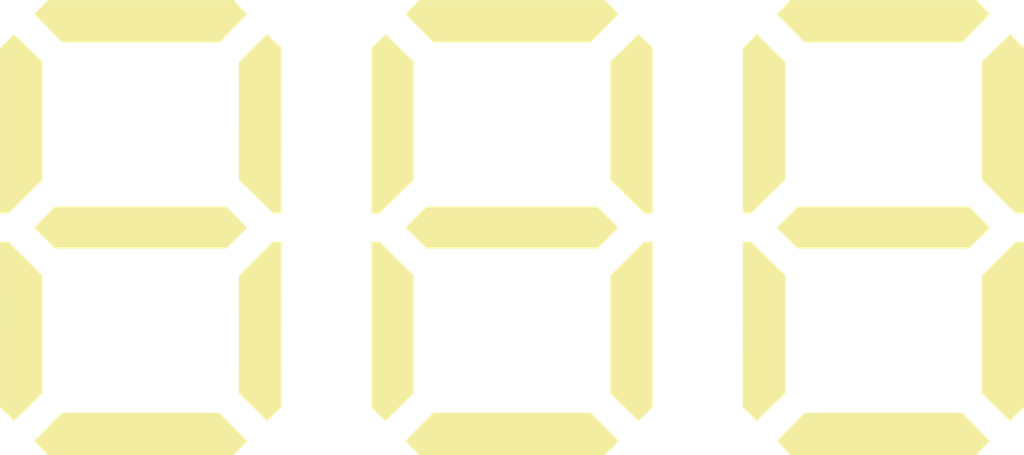
<source format=kicad_pcb>

(kicad_pcb (version 4) (host pcbnew 4.0.7)

	(general
		(links 0)
		(no_connects 0)
		(area 77.052499 41.877835 92.193313 53.630501)
		(thickness 1.6)
		(drawings 8)
		(tracks 0)
		(zones 0)
		(modules 1)
		(nets 1)
	)

	(page A4)
	(layers
		(0 F.Cu signal)
		(31 B.Cu signal)
		(32 B.Adhes user)
		(33 F.Adhes user)
		(34 B.Paste user)
		(35 F.Paste user)
		(36 B.SilkS user)
		(37 F.SilkS user)
		(38 B.Mask user)
		(39 F.Mask user)
		(40 Dwgs.User user)
		(41 Cmts.User user)
		(42 Eco1.User user)
		(43 Eco2.User user)
		(44 Edge.Cuts user)
		(45 Margin user)
		(46 B.CrtYd user)
		(47 F.CrtYd user)
		(48 B.Fab user)
		(49 F.Fab user)
	)

	(setup
		(last_trace_width 0.25)
		(trace_clearance 0.2)
		(zone_clearance 0.508)
		(zone_45_only no)
		(trace_min 0.2)
		(segment_width 0.2)
		(edge_width 0.15)
		(via_size 0.6)
		(via_drill 0.4)
		(via_min_size 0.4)
		(via_min_drill 0.3)
		(uvia_size 0.3)
		(uvia_drill 0.1)
		(uvias_allowed no)
		(uvia_min_size 0.2)
		(uvia_min_drill 0.1)
		(pcb_text_width 0.3)
		(pcb_text_size 1.5 1.5)
		(mod_edge_width 0.15)
		(mod_text_size 1 1)
		(mod_text_width 0.15)
		(pad_size 1.524 1.524)
		(pad_drill 0.762)
		(pad_to_mask_clearance 0.2)
		(aux_axis_origin 0 0)
		(visible_elements FFFFFF7F)
		(pcbplotparams
			(layerselection 0x010f0_80000001)
			(usegerberextensions false)
			(excludeedgelayer true)
			(linewidth 0.100000)
			(plotframeref false)
			(viasonmask false)
			(mode 1)
			(useauxorigin false)
			(hpglpennumber 1)
			(hpglpenspeed 20)
			(hpglpendiameter 15)
			(hpglpenoverlay 2)
			(psnegative false)
			(psa4output false)
			(plotreference true)
			(plotvalue true)
			(plotinvisibletext false)
			(padsonsilk false)
			(subtractmaskfromsilk false)
			(outputformat 1)
			(mirror false)
			(drillshape 1)
			(scaleselection 1)
			(outputdirectory gerbers/))
	)

	(net 0 "")

	(net_class Default "This is the default net class."
		(clearance 0.2)
		(trace_width 0.25)
		(via_dia 0.6)
		(via_drill 0.4)
		(uvia_dia 0.3)
		(uvia_drill 0.1)
	)
(module LOGO (layer F.Cu)
  (at 0 0)
 (fp_text reference "G***" (at 0 0) (layer F.SilkS) hide
  (effects (font (thickness 0.3)))
  )
  (fp_text value "LOGO" (at 0.75 0) (layer F.SilkS) hide
  (effects (font (thickness 0.3)))
  )
)
(module LOGO (layer F.Cu)
  (at 0 0)
 (fp_text reference "G***" (at 0 0) (layer F.SilkS) hide
  (effects (font (thickness 0.3)))
  )
  (fp_text value "LOGO" (at 0.75 0) (layer F.SilkS) hide
  (effects (font (thickness 0.3)))
  )
)
(module LOGO (layer F.Cu)
  (at 0 0)
 (fp_text reference "G***" (at 0 0) (layer F.SilkS) hide
  (effects (font (thickness 0.3)))
  )
  (fp_text value "LOGO" (at 0.75 0) (layer F.SilkS) hide
  (effects (font (thickness 0.3)))
  )
)
(module LOGO (layer F.Cu)
  (at 0 0)
 (fp_text reference "G***" (at 0 0) (layer F.SilkS) hide
  (effects (font (thickness 0.3)))
  )
  (fp_text value "LOGO" (at 0.75 0) (layer F.SilkS) hide
  (effects (font (thickness 0.3)))
  )
)
(module LOGO (layer F.Cu)
  (at 0 0)
 (fp_text reference "G***" (at 0 0) (layer F.SilkS) hide
  (effects (font (thickness 0.3)))
  )
  (fp_text value "LOGO" (at 0.75 0) (layer F.SilkS) hide
  (effects (font (thickness 0.3)))
  )
)
(module LOGO (layer F.Cu)
  (at 0 0)
 (fp_text reference "G***" (at 0 0) (layer F.SilkS) hide
  (effects (font (thickness 0.3)))
  )
  (fp_text value "LOGO" (at 0.75 0) (layer F.SilkS) hide
  (effects (font (thickness 0.3)))
  )
  (fp_poly (pts (xy -69.993146 50.045365) (xy -69.643910 50.400695) (xy -69.304286 50.746462) (xy -68.975983 51.080916) (xy -68.660709 51.402308) (xy -68.360175 51.708889) (xy -68.076089 51.998909) (xy -67.810161 52.270620)
     (xy -67.564100 52.522271) (xy -67.339615 52.752113) (xy -67.138415 52.958398) (xy -66.962211 53.139377) (xy -66.812710 53.293299) (xy -66.691622 53.418415) (xy -66.600657 53.512977) (xy -66.541524 53.575236)
     (xy -66.515932 53.603441) (xy -66.514970 53.604921) (xy -66.531983 53.626158) (xy -66.581944 53.681340) (xy -66.662442 53.767936) (xy -66.771067 53.883418) (xy -66.905410 54.025253) (xy -67.063059 54.190911)
     (xy -67.241606 54.377863) (xy -67.438639 54.583576) (xy -67.651750 54.805522) (xy -67.878527 55.041168) (xy -68.116561 55.287985) (xy -68.213325 55.388174) (xy -69.913500 57.147806) (xy -116.598700 57.147484)
     (xy -118.300500 55.385882) (xy -118.542400 55.135264) (xy -118.774002 54.894890) (xy -118.992898 54.667283) (xy -119.196681 54.454966) (xy -119.382943 54.260461) (xy -119.549276 54.086291) (xy -119.693274 53.934978)
     (xy -119.812527 53.809045) (xy -119.904629 53.711016) (xy -119.967172 53.643412) (xy -119.997748 53.608757) (xy -120.000488 53.604676) (xy -119.982772 53.584872) (xy -119.931130 53.530608) (xy -119.847271 53.443631)
     (xy -119.732903 53.325689) (xy -119.589735 53.178527) (xy -119.419476 53.003891) (xy -119.223833 52.803530) (xy -119.004516 52.579188) (xy -118.763233 52.332613) (xy -118.501692 52.065551) (xy -118.221601 51.779749)
     (xy -117.924670 51.476953) (xy -117.612607 51.158909) (xy -117.287119 50.827365) (xy -116.949916 50.484067) (xy -116.602707 50.130762) (xy -116.520688 50.047329) (xy -113.042700 46.509586) (xy -73.469500 46.509430)
     (xy -69.993146 50.045365) )(layer F.SilkS) (width  0.010000)
  )
  (fp_poly (pts (xy 23.275654 50.045365) (xy 23.624890 50.400695) (xy 23.964514 50.746462) (xy 24.292817 51.080916) (xy 24.608091 51.402308) (xy 24.908625 51.708889) (xy 25.192711 51.998909) (xy 25.458639 52.270620)
     (xy 25.704700 52.522271) (xy 25.929185 52.752113) (xy 26.130385 52.958398) (xy 26.306589 53.139377) (xy 26.456090 53.293299) (xy 26.577178 53.418415) (xy 26.668143 53.512977) (xy 26.727276 53.575236)
     (xy 26.752868 53.603441) (xy 26.753830 53.604921) (xy 26.736817 53.626158) (xy 26.686856 53.681340) (xy 26.606358 53.767936) (xy 26.497733 53.883418) (xy 26.363390 54.025253) (xy 26.205741 54.190911)
     (xy 26.027194 54.377863) (xy 25.830161 54.583576) (xy 25.617050 54.805522) (xy 25.390273 55.041168) (xy 25.152239 55.287985) (xy 25.055475 55.388174) (xy 23.355300 57.147806) (xy -23.329900 57.147484)
     (xy -25.031700 55.385882) (xy -25.273600 55.135264) (xy -25.505202 54.894890) (xy -25.724098 54.667283) (xy -25.927881 54.454966) (xy -26.114143 54.260461) (xy -26.280476 54.086291) (xy -26.424474 53.934978)
     (xy -26.543727 53.809045) (xy -26.635829 53.711016) (xy -26.698372 53.643412) (xy -26.728948 53.608757) (xy -26.731688 53.604676) (xy -26.713972 53.584872) (xy -26.662330 53.530608) (xy -26.578471 53.443631)
     (xy -26.464103 53.325689) (xy -26.320935 53.178527) (xy -26.150676 53.003891) (xy -25.955033 52.803530) (xy -25.735716 52.579188) (xy -25.494433 52.332613) (xy -25.232892 52.065551) (xy -24.952801 51.779749)
     (xy -24.655870 51.476953) (xy -24.343807 51.158909) (xy -24.018319 50.827365) (xy -23.681116 50.484067) (xy -23.333907 50.130762) (xy -23.251888 50.047329) (xy -19.773900 46.509586) (xy 19.799300 46.509430)
     (xy 23.275654 50.045365) )(layer F.SilkS) (width  0.010000)
  )
  (fp_poly (pts (xy 116.544454 50.045365) (xy 116.893690 50.400695) (xy 117.233314 50.746462) (xy 117.561617 51.080916) (xy 117.876891 51.402308) (xy 118.177425 51.708889) (xy 118.461511 51.998909) (xy 118.727439 52.270620)
     (xy 118.973500 52.522271) (xy 119.197985 52.752113) (xy 119.399185 52.958398) (xy 119.575389 53.139377) (xy 119.724890 53.293299) (xy 119.845978 53.418415) (xy 119.936943 53.512977) (xy 119.996076 53.575236)
     (xy 120.021668 53.603441) (xy 120.022630 53.604921) (xy 120.005617 53.626158) (xy 119.955656 53.681340) (xy 119.875158 53.767936) (xy 119.766533 53.883418) (xy 119.632190 54.025253) (xy 119.474541 54.190911)
     (xy 119.295994 54.377863) (xy 119.098961 54.583576) (xy 118.885850 54.805522) (xy 118.659073 55.041168) (xy 118.421039 55.287985) (xy 118.324275 55.388174) (xy 116.624100 57.147806) (xy 69.938900 57.147484)
     (xy 68.237100 55.385882) (xy 67.995200 55.135264) (xy 67.763598 54.894890) (xy 67.544702 54.667283) (xy 67.340919 54.454966) (xy 67.154657 54.260461) (xy 66.988324 54.086291) (xy 66.844326 53.934978)
     (xy 66.725073 53.809045) (xy 66.632971 53.711016) (xy 66.570428 53.643412) (xy 66.539852 53.608757) (xy 66.537112 53.604676) (xy 66.554828 53.584872) (xy 66.606470 53.530608) (xy 66.690329 53.443631)
     (xy 66.804697 53.325689) (xy 66.947865 53.178527) (xy 67.118124 53.003891) (xy 67.313767 52.803530) (xy 67.533084 52.579188) (xy 67.774367 52.332613) (xy 68.035908 52.065551) (xy 68.315999 51.779749)
     (xy 68.612930 51.476953) (xy 68.924993 51.158909) (xy 69.250481 50.827365) (xy 69.587684 50.484067) (xy 69.934893 50.130762) (xy 70.016912 50.047329) (xy 73.494900 46.509586) (xy 113.068100 46.509430)
     (xy 116.544454 50.045365) )(layer F.SilkS) (width  0.010000)
  )
  (fp_poly (pts (xy -125.818724 4.218534) (xy -125.730421 4.306783) (xy -125.608084 4.428499) (xy -125.453899 4.581524) (xy -125.270049 4.763703) (xy -125.058717 4.972878) (xy -124.822088 5.206894) (xy -124.562346 5.463593)
     (xy -124.281674 5.740820) (xy -123.982256 6.036417) (xy -123.666277 6.348229) (xy -123.335920 6.674098) (xy -122.993368 7.011869) (xy -122.640807 7.359384) (xy -122.280419 7.714488) (xy -121.914390 8.075023)
     (xy -121.544901 8.438833) (xy -121.532650 8.450893) (xy -117.932200 11.995317) (xy -117.933323 26.806608) (xy -117.934445 41.617900) (xy -121.070853 44.704000) (xy -121.412248 45.039867) (xy -121.748111 45.370190)
     (xy -122.076261 45.692830) (xy -122.394519 46.005647) (xy -122.700705 46.306502) (xy -122.992640 46.593255) (xy -123.268143 46.863768) (xy -123.525035 47.115900) (xy -123.761137 47.347513) (xy -123.974267 47.556468)
     (xy -124.162248 47.740624) (xy -124.322898 47.897843) (xy -124.454038 48.025985) (xy -124.553489 48.122912) (xy -124.619071 48.186482) (xy -124.622271 48.189565) (xy -125.037282 48.589031) (xy -126.804774 46.881465)
     (xy -128.572265 45.173900) (xy -128.573533 24.352250) (xy -128.574800 3.530600) (xy -126.504348 3.530600) (xy -125.818724 4.218534) )(layer F.SilkS) (width  0.010000)
  )
  (fp_poly (pts (xy -57.938529 24.352250) (xy -57.939657 45.173900) (xy -59.514365 46.697900) (xy -59.756172 46.931819) (xy -59.991285 47.159067) (xy -60.216617 47.376671) (xy -60.429076 47.581656) (xy -60.625576 47.771047)
     (xy -60.803026 47.941870) (xy -60.958338 48.091152) (xy -61.088423 48.215917) (xy -61.190192 48.313191) (xy -61.260556 48.380001) (xy -61.287780 48.405489) (xy -61.486488 48.589079) (xy -65.032066 45.103489)
     (xy -68.577645 41.617900) (xy -68.578823 26.860471) (xy -68.580000 12.103043) (xy -64.293722 7.816821) (xy -60.007444 3.530600) (xy -57.937400 3.530600) (xy -57.938529 24.352250) )(layer F.SilkS) (width  0.010000)
  )
  (fp_poly (pts (xy -32.549924 4.218534) (xy -32.461621 4.306783) (xy -32.339284 4.428499) (xy -32.185099 4.581524) (xy -32.001249 4.763703) (xy -31.789917 4.972878) (xy -31.553288 5.206894) (xy -31.293546 5.463593)
     (xy -31.012874 5.740820) (xy -30.713456 6.036417) (xy -30.397477 6.348229) (xy -30.067120 6.674098) (xy -29.724568 7.011869) (xy -29.372007 7.359384) (xy -29.011619 7.714488) (xy -28.645590 8.075023)
     (xy -28.276101 8.438833) (xy -28.263850 8.450893) (xy -24.663400 11.995317) (xy -24.664523 26.806608) (xy -24.665645 41.617900) (xy -27.802053 44.704000) (xy -28.143448 45.039867) (xy -28.479311 45.370190)
     (xy -28.807461 45.692830) (xy -29.125719 46.005647) (xy -29.431905 46.306502) (xy -29.723840 46.593255) (xy -29.999343 46.863768) (xy -30.256235 47.115900) (xy -30.492337 47.347513) (xy -30.705467 47.556468)
     (xy -30.893448 47.740624) (xy -31.054098 47.897843) (xy -31.185238 48.025985) (xy -31.284689 48.122912) (xy -31.350271 48.186482) (xy -31.353471 48.189565) (xy -31.768482 48.589031) (xy -33.535974 46.881465)
     (xy -35.303465 45.173900) (xy -35.304733 24.352250) (xy -35.306000 3.530600) (xy -33.235548 3.530600) (xy -32.549924 4.218534) )(layer F.SilkS) (width  0.010000)
  )
  (fp_poly (pts (xy 35.330271 24.352250) (xy 35.329143 45.173900) (xy 33.754435 46.697900) (xy 33.512628 46.931819) (xy 33.277515 47.159067) (xy 33.052183 47.376671) (xy 32.839724 47.581656) (xy 32.643224 47.771047)
     (xy 32.465774 47.941870) (xy 32.310462 48.091152) (xy 32.180377 48.215917) (xy 32.078608 48.313191) (xy 32.008244 48.380001) (xy 31.981020 48.405489) (xy 31.782312 48.589079) (xy 28.236734 45.103489)
     (xy 24.691155 41.617900) (xy 24.689977 26.860471) (xy 24.688800 12.103043) (xy 28.975078 7.816821) (xy 33.261356 3.530600) (xy 35.331400 3.530600) (xy 35.330271 24.352250) )(layer F.SilkS) (width  0.010000)
  )
  (fp_poly (pts (xy 60.718876 4.218534) (xy 60.807179 4.306783) (xy 60.929516 4.428499) (xy 61.083701 4.581524) (xy 61.267551 4.763703) (xy 61.478883 4.972878) (xy 61.715512 5.206894) (xy 61.975254 5.463593)
     (xy 62.255926 5.740820) (xy 62.555344 6.036417) (xy 62.871323 6.348229) (xy 63.201680 6.674098) (xy 63.544232 7.011869) (xy 63.896793 7.359384) (xy 64.257181 7.714488) (xy 64.623210 8.075023)
     (xy 64.992699 8.438833) (xy 65.004950 8.450893) (xy 68.605400 11.995317) (xy 68.604277 26.806608) (xy 68.603155 41.617900) (xy 65.466747 44.704000) (xy 65.125352 45.039867) (xy 64.789489 45.370190)
     (xy 64.461339 45.692830) (xy 64.143081 46.005647) (xy 63.836895 46.306502) (xy 63.544960 46.593255) (xy 63.269457 46.863768) (xy 63.012565 47.115900) (xy 62.776463 47.347513) (xy 62.563333 47.556468)
     (xy 62.375352 47.740624) (xy 62.214702 47.897843) (xy 62.083562 48.025985) (xy 61.984111 48.122912) (xy 61.918529 48.186482) (xy 61.915329 48.189565) (xy 61.500318 48.589031) (xy 59.732826 46.881465)
     (xy 57.965335 45.173900) (xy 57.964067 24.352250) (xy 57.962800 3.530600) (xy 60.033252 3.530600) (xy 60.718876 4.218534) )(layer F.SilkS) (width  0.010000)
  )
  (fp_poly (pts (xy 128.599071 24.352250) (xy 128.597943 45.173900) (xy 127.023235 46.697900) (xy 126.781428 46.931819) (xy 126.546315 47.159067) (xy 126.320983 47.376671) (xy 126.108524 47.581656) (xy 125.912024 47.771047)
     (xy 125.734574 47.941870) (xy 125.579262 48.091152) (xy 125.449177 48.215917) (xy 125.347408 48.313191) (xy 125.277044 48.380001) (xy 125.249820 48.405489) (xy 125.051112 48.589079) (xy 121.505534 45.103489)
     (xy 117.959955 41.617900) (xy 117.958777 26.860471) (xy 117.957600 12.103043) (xy 122.243878 7.816821) (xy 126.530156 3.530600) (xy 128.600200 3.530600) (xy 128.599071 24.352250) )(layer F.SilkS) (width  0.010000)
  )
  (fp_poly (pts (xy -69.113401 -2.628900) (xy -66.484593 0.000000) (xy -69.113400 2.628900) (xy -71.742208 5.257800) (xy -114.769993 5.257800) (xy -117.398800 2.628900) (xy -120.027608 0.000000) (xy -117.398800 -2.628900)
     (xy -114.769993 -5.257800) (xy -71.742208 -5.257800) (xy -69.113401 -2.628900) )(layer F.SilkS) (width  0.010000)
  )
  (fp_poly (pts (xy 24.155400 -2.628900) (xy 26.784207 0.000000) (xy 24.155400 2.628900) (xy 21.526592 5.257800) (xy -21.501193 5.257800) (xy -24.130000 2.628900) (xy -26.758808 0.000000) (xy -24.130000 -2.628900)
     (xy -21.501193 -5.257800) (xy 21.526592 -5.257800) (xy 24.155400 -2.628900) )(layer F.SilkS) (width  0.010000)
  )
  (fp_poly (pts (xy 117.424200 -2.628900) (xy 120.053007 0.000000) (xy 117.424200 2.628900) (xy 114.795392 5.257800) (xy 71.767607 5.257800) (xy 69.138800 2.628900) (xy 66.509992 0.000000) (xy 69.138800 -2.628900)
     (xy 71.767607 -5.257800) (xy 114.795392 -5.257800) (xy 117.424200 -2.628900) )(layer F.SilkS) (width  0.010000)
  )
  (fp_poly (pts (xy -121.481463 -45.105390) (xy -117.934239 -41.617900) (xy -117.932201 -11.995800) (xy -120.770650 -9.205182) (xy -121.118071 -8.863496) (xy -121.473777 -8.513434) (xy -121.834257 -8.158461) (xy -122.196003 -7.802041)
     (xy -122.555505 -7.447639) (xy -122.909253 -7.098718) (xy -123.253737 -6.758743) (xy -123.585448 -6.431179) (xy -123.900877 -6.119490) (xy -124.196513 -5.827140) (xy -124.468848 -5.557594) (xy -124.714371 -5.314316)
     (xy -124.929573 -5.100770) (xy -125.058535 -4.972583) (xy -126.507970 -3.530600) (xy -128.574800 -3.530600) (xy -128.574800 -45.047037) (xy -126.801743 -46.819958) (xy -125.028686 -48.592880) (xy -121.481463 -45.105390) )(layer F.SilkS) (width  0.010000)
  )
  (fp_poly (pts (xy -61.459625 -48.556818) (xy -61.404701 -48.506636) (xy -61.318348 -48.425930) (xy -61.203095 -48.317111) (xy -61.061469 -48.182592) (xy -60.895998 -48.024785) (xy -60.709210 -47.846104) (xy -60.503632 -47.648959)
     (xy -60.281793 -47.435763) (xy -60.046219 -47.208929) (xy -59.799439 -46.970869) (xy -59.699226 -46.874076) (xy -57.939594 -45.173900) (xy -57.937400 -3.530600) (xy -60.007829 -3.530600) (xy -60.744265 -4.269202)
     (xy -60.838484 -4.363350) (xy -60.966678 -4.490902) (xy -61.126604 -4.649641) (xy -61.316015 -4.837349) (xy -61.532669 -5.051811) (xy -61.774319 -5.290810) (xy -62.038722 -5.552130) (xy -62.323634 -5.833554)
     (xy -62.626809 -6.132865) (xy -62.946003 -6.447847) (xy -63.278972 -6.776283) (xy -63.623471 -7.115958) (xy -63.977255 -7.464653) (xy -64.338081 -7.820154) (xy -64.703703 -8.180243) (xy -65.030350 -8.501829)
     (xy -68.580000 -11.995855) (xy -68.578907 -26.806878) (xy -68.577814 -41.617900) (xy -65.040071 -45.095888) (xy -64.684674 -45.445175) (xy -64.338858 -45.784837) (xy -64.004370 -46.113165) (xy -63.682958 -46.428453)
     (xy -63.376370 -46.728992) (xy -63.086353 -47.013074) (xy -62.814654 -47.278993) (xy -62.563023 -47.525039) (xy -62.333205 -47.749506) (xy -62.126950 -47.950686) (xy -61.946003 -48.126871) (xy -61.792114 -48.276353)
     (xy -61.667030 -48.397424) (xy -61.572498 -48.488378) (xy -61.510265 -48.547506) (xy -61.482081 -48.573100) (xy -61.480593 -48.574064) (xy -61.459625 -48.556818) )(layer F.SilkS) (width  0.010000)
  )
  (fp_poly (pts (xy -28.212663 -45.105390) (xy -24.665439 -41.617900) (xy -24.664420 -26.806850) (xy -24.663400 -11.995800) (xy -27.501850 -9.205182) (xy -27.849271 -8.863496) (xy -28.204977 -8.513434) (xy -28.565457 -8.158461)
     (xy -28.927203 -7.802041) (xy -29.286705 -7.447639) (xy -29.640453 -7.098718) (xy -29.984937 -6.758743) (xy -30.316648 -6.431179) (xy -30.632077 -6.119490) (xy -30.927713 -5.827140) (xy -31.200048 -5.557594)
     (xy -31.445571 -5.314316) (xy -31.660773 -5.100770) (xy -31.789735 -4.972583) (xy -33.239170 -3.530600) (xy -35.306000 -3.530600) (xy -35.306000 -45.047037) (xy -33.532943 -46.819958) (xy -31.759886 -48.592880)
     (xy -28.212663 -45.105390) )(layer F.SilkS) (width  0.010000)
  )
  (fp_poly (pts (xy 31.809175 -48.556818) (xy 31.864099 -48.506636) (xy 31.950452 -48.425930) (xy 32.065705 -48.317111) (xy 32.207331 -48.182592) (xy 32.372802 -48.024785) (xy 32.559590 -47.846104) (xy 32.765168 -47.648959)
     (xy 32.987007 -47.435763) (xy 33.222581 -47.208929) (xy 33.469361 -46.970869) (xy 33.569574 -46.874076) (xy 35.329206 -45.173900) (xy 35.331400 -3.530600) (xy 33.260971 -3.530600) (xy 32.524535 -4.269202)
     (xy 32.430316 -4.363350) (xy 32.302122 -4.490902) (xy 32.142196 -4.649641) (xy 31.952785 -4.837349) (xy 31.736131 -5.051811) (xy 31.494481 -5.290810) (xy 31.230078 -5.552130) (xy 30.945166 -5.833554)
     (xy 30.641991 -6.132865) (xy 30.322797 -6.447847) (xy 29.989828 -6.776283) (xy 29.645329 -7.115958) (xy 29.291545 -7.464653) (xy 28.930719 -7.820154) (xy 28.565097 -8.180243) (xy 28.238450 -8.501829)
     (xy 24.688800 -11.995855) (xy 24.689893 -26.806878) (xy 24.690986 -41.617900) (xy 28.228729 -45.095888) (xy 28.584126 -45.445175) (xy 28.929942 -45.784837) (xy 29.264430 -46.113165) (xy 29.585842 -46.428453)
     (xy 29.892430 -46.728992) (xy 30.182447 -47.013074) (xy 30.454146 -47.278993) (xy 30.705777 -47.525039) (xy 30.935595 -47.749506) (xy 31.141850 -47.950686) (xy 31.322797 -48.126871) (xy 31.476686 -48.276353)
     (xy 31.601770 -48.397424) (xy 31.696302 -48.488378) (xy 31.758535 -48.547506) (xy 31.786719 -48.573100) (xy 31.788207 -48.574064) (xy 31.809175 -48.556818) )(layer F.SilkS) (width  0.010000)
  )
  (fp_poly (pts (xy 65.056137 -45.105390) (xy 68.603361 -41.617900) (xy 68.604380 -26.806850) (xy 68.605400 -11.995800) (xy 65.766950 -9.205182) (xy 65.419529 -8.863496) (xy 65.063823 -8.513434) (xy 64.703343 -8.158461)
     (xy 64.341597 -7.802041) (xy 63.982095 -7.447639) (xy 63.628347 -7.098718) (xy 63.283863 -6.758743) (xy 62.952152 -6.431179) (xy 62.636723 -6.119490) (xy 62.341087 -5.827140) (xy 62.068752 -5.557594)
     (xy 61.823229 -5.314316) (xy 61.608027 -5.100770) (xy 61.479065 -4.972583) (xy 60.029630 -3.530600) (xy 57.962800 -3.530600) (xy 57.962800 -45.047037) (xy 59.735857 -46.819958) (xy 61.508914 -48.592880)
     (xy 65.056137 -45.105390) )(layer F.SilkS) (width  0.010000)
  )
  (fp_poly (pts (xy 125.077975 -48.556818) (xy 125.132899 -48.506636) (xy 125.219252 -48.425930) (xy 125.334505 -48.317111) (xy 125.476131 -48.182592) (xy 125.641602 -48.024785) (xy 125.828390 -47.846104) (xy 126.033968 -47.648959)
     (xy 126.255807 -47.435763) (xy 126.491381 -47.208929) (xy 126.738161 -46.970869) (xy 126.838374 -46.874076) (xy 128.598006 -45.173900) (xy 128.600200 -3.530600) (xy 126.529771 -3.530600) (xy 125.793335 -4.269202)
     (xy 125.699116 -4.363350) (xy 125.570922 -4.490902) (xy 125.410996 -4.649641) (xy 125.221585 -4.837349) (xy 125.004931 -5.051811) (xy 124.763281 -5.290810) (xy 124.498878 -5.552130) (xy 124.213966 -5.833554)
     (xy 123.910791 -6.132865) (xy 123.591597 -6.447847) (xy 123.258628 -6.776283) (xy 122.914129 -7.115958) (xy 122.560345 -7.464653) (xy 122.199519 -7.820154) (xy 121.833897 -8.180243) (xy 121.507250 -8.501829)
     (xy 117.957600 -11.995855) (xy 117.958693 -26.806878) (xy 117.959786 -41.617900) (xy 121.497529 -45.095888) (xy 121.852926 -45.445175) (xy 122.198742 -45.784837) (xy 122.533230 -46.113165) (xy 122.854642 -46.428453)
     (xy 123.161230 -46.728992) (xy 123.451247 -47.013074) (xy 123.722946 -47.278993) (xy 123.974577 -47.525039) (xy 124.204395 -47.749506) (xy 124.410650 -47.950686) (xy 124.591597 -48.126871) (xy 124.745486 -48.276353)
     (xy 124.870570 -48.397424) (xy 124.965102 -48.488378) (xy 125.027335 -48.547506) (xy 125.055519 -48.573100) (xy 125.057007 -48.574064) (xy 125.077975 -48.556818) )(layer F.SilkS) (width  0.010000)
  )
  (fp_poly (pts (xy -68.213325 -55.388175) (xy -67.971502 -55.137637) (xy -67.739982 -54.897267) (xy -67.521176 -54.669598) (xy -67.317493 -54.457159) (xy -67.131343 -54.262481) (xy -66.965137 -54.088095) (xy -66.821284 -53.936531)
     (xy -66.702195 -53.810319) (xy -66.610279 -53.711991) (xy -66.547947 -53.644076) (xy -66.517609 -53.609105) (xy -66.514970 -53.604922) (xy -66.532690 -53.584712) (xy -66.584340 -53.530050) (xy -66.668211 -53.442686)
     (xy -66.782593 -53.324369) (xy -66.925778 -53.176849) (xy -67.096055 -53.001875) (xy -67.291716 -52.801196) (xy -67.511052 -52.576560) (xy -67.752353 -52.329719) (xy -68.013910 -52.062420) (xy -68.294014 -51.776413)
     (xy -68.590955 -51.473448) (xy -68.903024 -51.155273) (xy -69.228512 -50.823638) (xy -69.565710 -50.480292) (xy -69.912908 -50.126984) (xy -69.993146 -50.045366) (xy -73.469500 -46.509431) (xy -93.256100 -46.509589)
     (xy -113.042700 -46.509746) (xy -116.520577 -50.047519) (xy -116.869843 -50.402927) (xy -117.209464 -50.748771) (xy -117.537733 -51.083302) (xy -117.852943 -51.404771) (xy -118.153388 -51.711431) (xy -118.437361 -52.001532)
     (xy -118.703156 -52.273326) (xy -118.949066 -52.525065) (xy -119.173384 -52.755000) (xy -119.374403 -52.961383) (xy -119.550418 -53.142465) (xy -119.699720 -53.296498) (xy -119.820604 -53.421733) (xy -119.911363 -53.516422)
     (xy -119.970290 -53.578817) (xy -119.995679 -53.607168) (xy -119.996595 -53.608696) (xy -119.979056 -53.629909) (xy -119.928589 -53.685077) (xy -119.847611 -53.771667) (xy -119.738541 -53.887147) (xy -119.603794 -54.028983)
     (xy -119.445789 -54.194644) (xy -119.266943 -54.381595) (xy -119.069673 -54.587305) (xy -118.856395 -54.809240) (xy -118.629529 -55.044868) (xy -118.391490 -55.291656) (xy -118.296718 -55.389793) (xy -116.598700 -57.147485)
     (xy -69.913500 -57.147807) (xy -68.213325 -55.388175) )(layer F.SilkS) (width  0.010000)
  )
  (fp_poly (pts (xy 25.055475 -55.388175) (xy 25.297298 -55.137637) (xy 25.528818 -54.897267) (xy 25.747624 -54.669598) (xy 25.951307 -54.457159) (xy 26.137457 -54.262481) (xy 26.303663 -54.088095) (xy 26.447516 -53.936531)
     (xy 26.566605 -53.810319) (xy 26.658521 -53.711991) (xy 26.720853 -53.644076) (xy 26.751191 -53.609105) (xy 26.753830 -53.604922) (xy 26.736110 -53.584712) (xy 26.684460 -53.530050) (xy 26.600589 -53.442686)
     (xy 26.486207 -53.324369) (xy 26.343022 -53.176849) (xy 26.172745 -53.001875) (xy 25.977084 -52.801196) (xy 25.757748 -52.576560) (xy 25.516447 -52.329719) (xy 25.254890 -52.062420) (xy 24.974786 -51.776413)
     (xy 24.677845 -51.473448) (xy 24.365776 -51.155273) (xy 24.040288 -50.823638) (xy 23.703090 -50.480292) (xy 23.355892 -50.126984) (xy 23.275654 -50.045366) (xy 19.799300 -46.509431) (xy 0.012700 -46.509589)
     (xy -19.773900 -46.509746) (xy -23.251777 -50.047519) (xy -23.601043 -50.402927) (xy -23.940664 -50.748771) (xy -24.268933 -51.083302) (xy -24.584143 -51.404771) (xy -24.884588 -51.711431) (xy -25.168561 -52.001532)
     (xy -25.434356 -52.273326) (xy -25.680266 -52.525065) (xy -25.904584 -52.755000) (xy -26.105603 -52.961383) (xy -26.281618 -53.142465) (xy -26.430920 -53.296498) (xy -26.551804 -53.421733) (xy -26.642563 -53.516422)
     (xy -26.701490 -53.578817) (xy -26.726879 -53.607168) (xy -26.727795 -53.608696) (xy -26.710256 -53.629909) (xy -26.659789 -53.685077) (xy -26.578811 -53.771667) (xy -26.469741 -53.887147) (xy -26.334994 -54.028983)
     (xy -26.176989 -54.194644) (xy -25.998143 -54.381595) (xy -25.800873 -54.587305) (xy -25.587595 -54.809240) (xy -25.360729 -55.044868) (xy -25.122690 -55.291656) (xy -25.027918 -55.389793) (xy -23.329900 -57.147485)
     (xy 23.355300 -57.147807) (xy 25.055475 -55.388175) )(layer F.SilkS) (width  0.010000)
  )
  (fp_poly (pts (xy 118.324275 -55.388175) (xy 118.566098 -55.137637) (xy 118.797618 -54.897267) (xy 119.016424 -54.669598) (xy 119.220107 -54.457159) (xy 119.406257 -54.262481) (xy 119.572463 -54.088095) (xy 119.716316 -53.936531)
     (xy 119.835405 -53.810319) (xy 119.927321 -53.711991) (xy 119.989653 -53.644076) (xy 120.019991 -53.609105) (xy 120.022630 -53.604922) (xy 120.004910 -53.584712) (xy 119.953260 -53.530050) (xy 119.869389 -53.442686)
     (xy 119.755007 -53.324369) (xy 119.611822 -53.176849) (xy 119.441545 -53.001875) (xy 119.245884 -52.801196) (xy 119.026548 -52.576560) (xy 118.785247 -52.329719) (xy 118.523690 -52.062420) (xy 118.243586 -51.776413)
     (xy 117.946645 -51.473448) (xy 117.634576 -51.155273) (xy 117.309088 -50.823638) (xy 116.971890 -50.480292) (xy 116.624692 -50.126984) (xy 116.544454 -50.045366) (xy 113.068100 -46.509431) (xy 93.281500 -46.509589)
     (xy 73.494900 -46.509746) (xy 70.017023 -50.047519) (xy 69.667757 -50.402927) (xy 69.328136 -50.748771) (xy 68.999867 -51.083302) (xy 68.684657 -51.404771) (xy 68.384212 -51.711431) (xy 68.100239 -52.001532)
     (xy 67.834444 -52.273326) (xy 67.588534 -52.525065) (xy 67.364216 -52.755000) (xy 67.163197 -52.961383) (xy 66.987182 -53.142465) (xy 66.837880 -53.296498) (xy 66.716996 -53.421733) (xy 66.626237 -53.516422)
     (xy 66.567310 -53.578817) (xy 66.541921 -53.607168) (xy 66.541005 -53.608696) (xy 66.558544 -53.629909) (xy 66.609011 -53.685077) (xy 66.689989 -53.771667) (xy 66.799059 -53.887147) (xy 66.933806 -54.028983)
     (xy 67.091811 -54.194644) (xy 67.270657 -54.381595) (xy 67.467927 -54.587305) (xy 67.681205 -54.809240) (xy 67.908071 -55.044868) (xy 68.146110 -55.291656) (xy 68.240882 -55.389793) (xy 69.938900 -57.147485)
     (xy 116.624100 -57.147807) (xy 118.324275 -55.388175) )(layer F.SilkS) (width  0.010000)
  )
)
(module LOGO (layer F.Cu)
  (at 0 0)
 (fp_text reference "G***" (at 0 0) (layer F.SilkS) hide
  (effects (font (thickness 0.3)))
  )
  (fp_text value "LOGO" (at 0.75 0) (layer F.SilkS) hide
  (effects (font (thickness 0.3)))
  )
)

)

</source>
